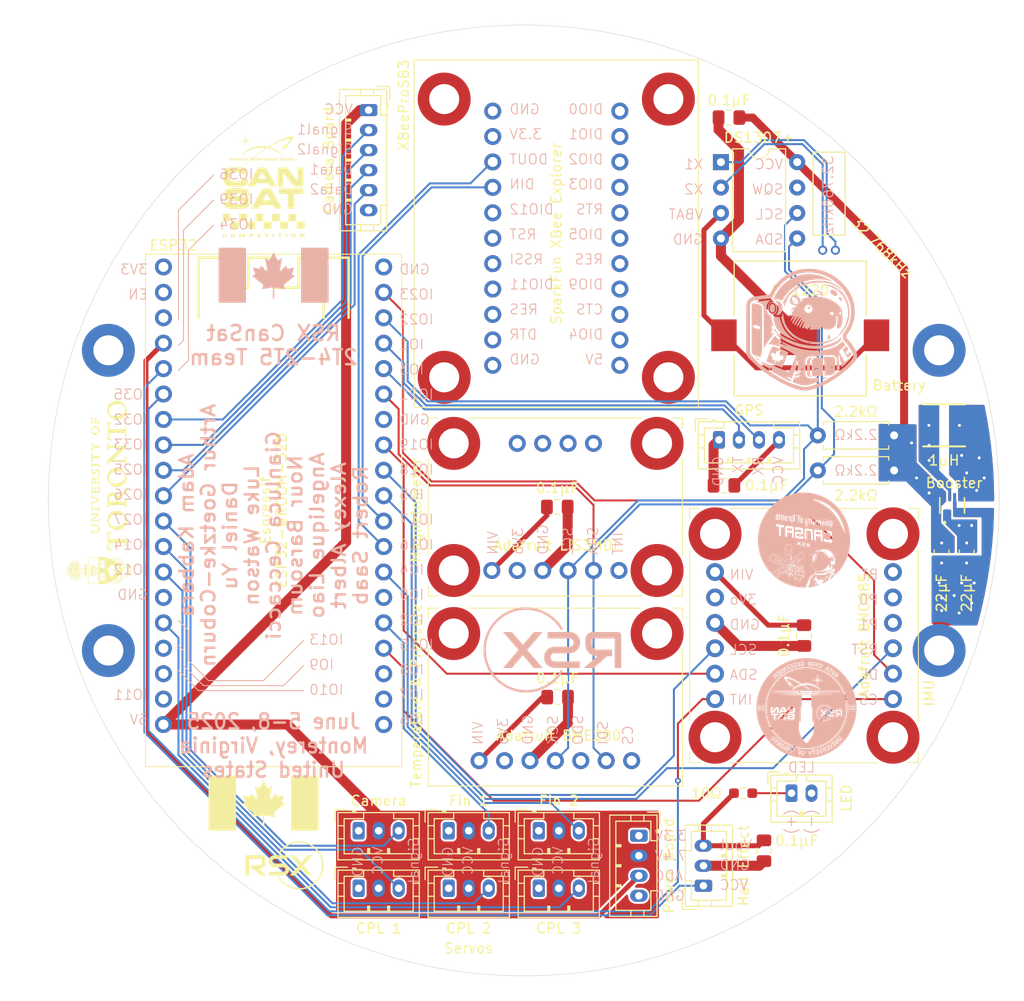
<source format=kicad_pcb>
(kicad_pcb (version 20240108) (generator "pcbnew") (generator_version "8.0")
  (layers (0 "F.Cu" mixed) (1 "In1.Cu" power "GND") (2 "In2.Cu" power "PWR") (31 "B.Cu" signal) (34 "B.Paste" user) (35 "F.Paste" user) (36 "B.SilkS" user "B.Silkscreen") (37 "F.SilkS" user "F.Silkscreen") (38 "B.Mask" user) (39 "F.Mask" user) (44 "Edge.Cuts" user))
  (net 0 "")
  (net 1 "Net-(DS1307+_U6-X2)")
  (net 2 "Net-(DS1307+_U6-X1)")
  (net 3 "Net-(DS1307+_U6-VBAT)")
  (net 4 "Net-(Adafruit_BME280_STEMMA_QT_U3-Pin_4)")
  (net 8 "Net-(Adafruit_BME280_STEMMA_QT_U3-Pin_6)")
  (net 9 "Net-(Adafruit_BNO085_U5-DI)")
  (net 10 "Net-(Adafruit_BNO085_U5-~{RST})")
  (net 13 "Net-(Adafruit_BNO085_U5-SDA)")
  (net 15 "Net-(Adafruit_BNO085_U5-CS)")
  (net 16 "Net-(Adafruit_BNO085_U5-~{INT})")
  (net 17 "Net-(Adafruit_BNO085_U5-SCL)")
  (net 18 "/3.3V")
  (net 20 "GND")
  (net 21 "/5V")
  (net 25 "Net-(ESP32-DEVKIT-32_U1-IO27)")
  (net 27 "Net-(ESP32-DEVKIT-32_U1-IO4)")
  (net 28 "Net-(ESP32-DEVKIT-32_U1-IO16)")
  (net 31 "Net-(ESP32-DEVKIT-32_U1-IO32)")
  (net 32 "Net-(ESP32-DEVKIT-32_U1-IO2)")
  (net 33 "Net-(ESP32-DEVKIT-32_U1-IO33)")
  (net 37 "Net-(ESP32-DEVKIT-32_U1-TXD0)")
  (net 39 "Net-(ESP32-DEVKIT-32_U1-IO13)")
  (net 40 "Net-(ESP32-DEVKIT-32_U1-IO26)")
  (net 41 "Net-(ESP32-DEVKIT-32_U1-IO34)")
  (net 43 "Net-(ESP32-DEVKIT-32_U1-RXD0)")
  (net 45 "/7.4V")
  (net 46 "Net-(ESP32-DEVKIT-32_U1-IO17)")
  (net 47 "Net-(ESP32-DEVKIT-32_U1-IO14)")
  (net 48 "Net-(ESP32-DEVKIT-32_U1-IO12)")
  (net 50 "Net-(ESP32-DEVKIT-32_U1-IO25)")
  (net 51 "Net-(J5-Pin_1)")
  (net 69 "/SW")
  (net 70 "/ADC")
  (footprint "Resistor_THT:R_Axial_DIN0207_L6.3mm_D2.5mm_P7.62mm_Horizontal" (layer "F.Cu") (at 187 97 180)
    (property "Reference" "R2" (hide yes))
    (property "Value" "2.2kΩ")
  )
  (footprint "Connector_JST:JST_PH_B3B-PH-K_1x03_P2.00mm_Vertical" (layer "F.Cu") (at 133.5 138.75)
    (property "Reference" "J9" (hide yes))
    (property "Value" "CPL 1")
  )
  (footprint "Capacitor_SMD:C_0805_2012Metric_Pad1.18x1.45mm_HandSolder" (layer "F.Cu") (at 191.75 105.212501 -90)
    (property "Reference" "C8" (hide yes))
    (property "Value" "22μF")
  )
  (footprint "Graphics:canada_flag" (layer "F.Cu") (at 124 130.25)
    (property "Reference" "G***")
    (property "Value" "LOGO" (hide yes))
  )
  (footprint "Connector_JST:JST_PH_B6B-PH-K_1x06_P2.00mm_Vertical" (layer "F.Cu") (at 134.5 61 -90)
    (property "Reference" "J2" (hide yes))
    (property "Value" "Camera Board")
  )
  (footprint "Capacitor_SMD:C_0805_2012Metric_Pad1.18x1.45mm_HandSolder" (layer "F.Cu") (at 194.25 105.212501 90)
    (property "Reference" "C7" (hide yes))
    (property "Value" "22μF")
  )
  (footprint "Custom_Footprints:SparkFun_XBee_Explorer_Regulated" (layer "F.Cu") (at 167.45 90.7 180)
    (property "Reference" "SparkFunXBeeExplorer_U2" (hide yes))
    (property "Value" "XBeeProSB3")
  )
  (footprint "Graphics:uoft_text_2" (layer "F.Cu") (at 108.5 97.5 90)
    (property "Reference" "G***")
    (property "Value" "LOGO" (hide yes))
  )
  (footprint "Custom_Footprints:ESP32-WROOM-32D_Dev_Board" (layer "F.Cu") (at 112.2 75.4)
    (property "Reference" "ESP32-DEVKIT-32_U1" (hide yes))
    (property "Value" "ESP32")
  )
  (footprint "DigiKey:XTAL_AB38T-32.768KHZ" (layer "F.Cu") (at 180.5 75 -90)
    (property "Reference" "Y1")
    (property "Value" "32.768kHz")
  )
  (footprint "Custom_Footprints:Adafruit_BME280_STEMMA_QT" (layer "F.Cu") (at 140.46 128.54 90)
    (property "Reference" "Adafruit_BME280_STEMMA_QT_U3" (hide yes))
    (property "Value" "Temperature & Pressure")
  )
  (footprint "Connector_JST:JST_PH_B3B-PH-K_1x03_P2.00mm_Vertical" (layer "F.Cu") (at 133.5 133)
    (property "Reference" "J8" (hide yes))
    (property "Value" "Camera")
  )
  (footprint "Capacitor_SMD:C_0805_2012Metric_Pad1.18x1.45mm_HandSolder" (layer "F.Cu") (at 174 135 90)
    (property "Reference" "C1" (hide yes))
    (property "Value" "0.1μF")
  )
  (footprint "Connector_JST:JST_PH_B4B-PH-K_1x04_P2.00mm_Vertical" (layer "F.Cu") (at 169.5 93.95)
    (property "Reference" "J4" (hide yes))
    (property "Value" "GPS")
  )
  (footprint "Connector_JST:JST_PH_B3B-PH-K_1x03_P2.00mm_Vertical" (layer "F.Cu") (at 151.5 138.75)
    (property "Reference" "J11" (hide yes))
    (property "Value" "CPL 3")
  )
  (footprint "Graphics:cansat_logo_2" (layer "F.Cu") (at 124 68.5)
    (property "Reference" "G***")
    (property "Value" "LOGO" (hide yes))
  )
  (footprint "Capacitor_SMD:C_0805_2012Metric_Pad1.18x1.45mm_HandSolder" (layer "F.Cu") (at 153.35 100.65 180)
    (property "Reference" "C4" (hide yes))
    (property "Value" "0.1μF")
  )
  (footprint "Custom_Footprints:Adafruit_BNO085" (layer "F.Cu") (at 189.43 100.8 -90)
    (property "Reference" "Adafruit_BNO085_U5" (hide yes))
    (property "Value" "IMU")
  )
  (footprint "DigiKey:BAT_2894TR" (layer "F.Cu") (at 177.62 83.5 180)
    (property "Reference" "2894TR_U7")
    (property "Value" "Battery")
  )
  (footprint "Resistor_THT:R_Axial_DIN0207_L6.3mm_D2.5mm_P7.62mm_Horizontal" (layer "F.Cu") (at 187 93.5 180)
    (property "Reference" "R3" (hide yes))
    (property "Value" "2.2kΩ")
  )
  (footprint "Custom_Footprints:Adafruit_LIS3MDL" (layer "F.Cu") (at 140.46 91.76)
    (property "Reference" "Adafruit_LIS3MDL_U4" (hide yes))
    (property "Value" "Magnetometer")
  )
  (footprint "Connector_JST:JST_PH_B3B-PH-K_1x03_P2.00mm_Vertical" (layer "F.Cu") (at 142.5 138.75)
    (property "Reference" "J10" (hide yes))
    (property "Value" "CPL 2")
  )
  (footprint "DigiKey:SOT-5X3-8_DRL_TEX" (layer "F.Cu") (at 192.799201 100.5 90)
    (property "Reference" "TPS610333DRLR_U8" (hide yes))
    (property "Value" "Booster")
  )
  (footprint "Resistor_SMD:R_0603_1608Metric_Pad0.98x0.95mm_HandSolder" (layer "F.Cu") (at 171.9125 129.25 180)
    (property "Reference" "R1")
    (property "Value" "10Ω")
  )
  (footprint "Connector_JST:JST_PH_B3B-PH-K_1x03_P2.00mm_Vertical" (layer "F.Cu") (at 167.95 138.5 90)
    (property "Reference" "J3" (hide yes))
    (property "Value" "Hall Effect")
  )
  (footprint "Capacitor_SMD:C_0805_2012Metric_Pad1.18x1.45mm_HandSolder" (layer "F.Cu") (at 170.5 61.75)
    (property "Reference" "C6" (hide yes))
    (property "Value" "0.1μF")
  )
  (footprint "DigiKey:WE-LQS_4025" (layer "F.Cu") (at 192 92.5 180)
    (property "Reference" "WE-LQS_4025_L1")
    (property "Value" "1μH")
  )
  (footprint "Connector_JST:JST_PH_B3B-PH-K_1x03_P2.00mm_Vertical" (layer "F.Cu") (at 142.5 133)
    (property "Reference" "J6" (hide yes))
    (property "Value" "Fin 1")
  )
  (footprint "Capacitor_SMD:C_0805_2012Metric_Pad1.18x1.45mm_HandSolder" (layer "F.Cu") (at 170 98.5)
    (property "Reference" "C3" (hide yes))
    (property "Value" "0.1μF")
  )
  (footprint "Connector_JST:JST_PH_B2B-PH-K_1x02_P2.00mm_Vertical" (layer "F.Cu") (at 176.75 129.25)
    (property "Reference" "J5" (hide yes))
    (property "Value" "LED")
  )
  (footprint "Graphics:uoft_coat_of_arms_2" (layer "F.Cu") (at 107.5 107 90)
    (property "Reference" "G***")
    (property "Value" "LOGO" (hide yes))
  )
  (footprint "Graphics:rsx_logo_3" (layer "F.Cu") (at 126 136.5)
    (property "Reference" "G***")
    (property "Value" "LOGO" (hide yes))
  )
  (footprint "Connector_JST:JST_PH_B4B-PH-K_1x04_P2.00mm_Vertical" (layer "F.Cu") (at 161.5 133.5 -90)
    (property "Reference" "J1" (hide yes))
    (property "Value" "Power Board")
  )
  (footprint "Package_DIP:DIP-8_W7.62mm" (layer "F.Cu") (at 169.7 66.2)
    (property "Reference" "DS1307+_U6" (hide yes))
    (property "Value" "DS1307+")
  )
  (footprint "Connector_JST:JST_PH_B3B-PH-K_1x03_P2.00mm_Vertical" (layer "F.Cu") (at 151.5 133)
    (property "Reference" "J7" (hide yes))
    (property "Value" "Fin 2")
  )
  (footprint "Capacitor_SMD:C_0805_2012Metric_Pad1.18x1.45mm_HandSolder" (layer "F.Cu") (at 178 113.5 90)
    (property "Reference" "C5" (hide yes))
    (property "Value" "0.1μF")
  )
  (footprint "Capacitor_SMD:C_0805_2012Metric_Pad1.18x1.45mm_HandSolder" (layer "F.Cu") (at 153.38 119.65)
    (property "Reference" "C2" (hide yes))
    (property "Value" "0.1μF")
  )
  (footprint "DigiKey:WA-SMSI_9774030243" (layer "B.Cu") (at 108.5 85 180)
    (property "Reference" "REF**")
    (property "Value" "WA-SMSI_9774030243")
  )
  (footprint "DigiKey:WA-SMSI_9774030243" (layer "B.Cu") (at 191.5 85 180)
    (property "Reference" "REF**")
    (property "Value" "WA-SMSI_9774030243")
  )
  (footprint "Graphics:canada_flag" (layer "B.Cu") (at 125 77.5 180)
    (property "Reference" "G***")
    (property "Value" "LOGO" (hide yes))
  )
  (footprint "Graphics:logo" (layer "B.Cu") (at 178.25 120.75 180)
    (property "Reference" "G***")
    (property "Value" "LOGO" (hide yes))
  )
  (footprint "Graphics:rsx_logo_2" (layer "B.Cu") (at 153 115 180)
    (property "Reference" "G***")
    (property "Value" "LOGO" (hide yes))
  )
  (footprint "Graphics:capybara_astronaut" (layer "B.Cu") (at 177.62 83 180)
    (property "Reference" "G***")
    (property "Value" "LOGO" (hide yes))
  )
  (footprint "DigiKey:WA-SMSI_9774030243" (layer "B.Cu") (at 108.5 115 180)
    (property "Reference" "REF**")
    (property "Value" "WA-SMSI_9774030243")
  )
  (footprint "DigiKey:WA-SMSI_9774030243" (layer "B.Cu") (at 191.5 115 180)
    (property "Reference" "REF**")
    (property "Value" "WA-SMSI_9774030243")
  )
  (footprint "Graphics:rsx_cansat_logo" (layer "B.Cu") (at 178 104 180)
    (property "Reference" "G***")
    (property "Value" "LOGO" (hide yes))
  )
  (gr_line (start 119 72.5) (end 116.5 75) (stroke (width 0.1)) (layer "B.SilkS"))
  (gr_line (start 116 84) (end 116 73) (stroke (width 0.1)) (layer "B.SilkS"))
  (gr_line (start 118 118.5) (end 126 118.5) (stroke (width 0.1)) (layer "B.SilkS"))
  (gr_line (start 118.5 118) (end 124 118) (stroke (width 0.1)) (layer "B.SilkS"))
  (gr_line (start 119 70) (end 116 73) (stroke (width 0.1)) (layer "B.SilkS"))
  (gr_line (start 115.5 114.5) (end 116 115) (stroke (width 0.1)) (layer "B.SilkS"))
  (gr_line (start 124 118) (end 128 114) (stroke (width 0.1)) (layer "B.SilkS"))
  (gr_line (start 115.5 82) (end 115.5 71) (stroke (width 0.1)) (layer "B.SilkS"))
  (gr_line (start 116.5 116) (end 118.5 118) (stroke (width 0.1)) (layer "B.SilkS"))
  (gr_line (start 116.5 113) (end 116.5 116) (stroke (width 0.1)) (layer "B.SilkS"))
  (gr_line (start 116.5 86) (end 116.5 75) (stroke (width 0.1)) (layer "B.SilkS"))
  (gr_line (start 116 117.5) (end 117.5 119) (stroke (width 0.1)) (layer "B.SilkS"))
  (gr_line (start 128 116.5) (end 126 118.5) (stroke (width 0.1)) (layer "B.SilkS"))
  (gr_line (start 115.5 84.5) (end 116 84) (stroke (width 0.1)) (layer "B.SilkS"))
  (gr_line (start 116 115) (end 116 116.5) (stroke (width 0.1)) (layer "B.SilkS"))
  (gr_line (start 116 116.5) (end 118 118.5) (stroke (width 0.1)) (layer "B.SilkS"))
  (gr_line (start 119 67.5) (end 115.5 71) (stroke (width 0.1)) (layer "B.SilkS"))
  (gr_line (start 115.5 112) (end 116.5 113) (stroke (width 0.1)) (layer "B.SilkS"))
  (gr_line (start 115.5 117) (end 116 117.5) (stroke (width 0.1)) (layer "B.SilkS"))
  (gr_line (start 117.5 119) (end 128 119) (stroke (width 0.1)) (layer "B.SilkS"))
  (gr_line (start 115.5 87) (end 116.5 86) (stroke (width 0.1)) (layer "B.SilkS"))
  (gr_circle (center 150 100) (end 197.5 100) (stroke (width 0.05)) (fill none) (layer "Edge.Cuts"))
  (gr_text "GND" (at 148.5 86.5 0) (layer "B.SilkS") (effects (font (size 1 1) (thickness 0.1)) (justify right bottom mirror)))
  (gr_text "IO36" (at 119.5 68 0) (layer "B.SilkS") (effects (font (size 1 1) (thickness 0.1)) (justify right bottom mirror)))
  (gr_text "5V" (at 112.5 122.5 0) (layer "B.SilkS") (effects (font (size 1 1) (thickness 0.1)) (justify left bottom mirror)))
  (gr_text "TX" (at 172 95.5 90) (layer "B.SilkS") (effects (font (size 1 1) (thickness 0.1)) (justify left bottom mirror)))
  (gr_text "DIN" (at 148.5 69 0) (layer "B.SilkS") (effects (font (size 1 1) (thickness 0.1)) (justify right bottom mirror)))
  (gr_text "VIN" (at 147.5 105.5 90) (layer "B.SilkS") (effects (font (size 1 1) (thickness 0.1)) (justify right bottom mirror)))
  (gr_text "IO34" (at 119.5 73 0) (layer "B.SilkS") (effects (font (size 1 1) (thickness 0.1)) (justify right bottom mirror)))
  (gr_text "VCC" (at 176 67 0) (layer "B.SilkS") (effects (font (size 1 1) (thickness 0.1)) (justify left bottom mirror)))
  (gr_text "DIO9" (at 158 79 0) (layer "B.SilkS") (effects (font (size 1 1) (thickness 0.1)) (justify left bottom mirror)))
  (gr_text "GND" (at 151 124.5 90) (layer "B.SilkS") (effects (font (size 1 1) (thickness 0.1)) (justify right bottom mirror)))
  (gr_text "CS" (at 161 124.5 90) (layer "B.SilkS") (effects (font (size 1 1) (thickness 0.1)) (justify right bottom mirror)))
  (gr_text "SDA" (at 157.5 105.5 90) (layer "B.SilkS") (effects (font (size 1 1) (thickness 0.1)) (justify right bottom mirror)))
  (gr_text "DIO0" (at 158 61.5 0) (layer "B.SilkS") (effects (font (size 1 1) (thickness 0.1)) (justify left bottom mirror)))
  (gr_text "RSX CanSat\n2T4-2T5 Team" (at 125 84.5 0) (layer "B.SilkS") (effects (font (size 1.5 1.5) (thickness 0.25) (bold yes)) (justify mirror)))
  (gr_text "VCC" (at 176 95.5 90) (layer "B.SilkS") (effects (font (size 1 1) (thickness 0.1)) (justify left bottom mirror)))
  (gr_text "IO19" (at 137.5 95 0) (layer "B.SilkS") (effects (font (size 1 1) (thickness 0.1)) (justify right bottom mirror)))
  (gr_text "GND" (at 143 134.5 90) (layer "B.SilkS") (effects (font (size 1 1) (thickness 0.1)) (justify left bottom mirror)))
  (gr_text "IO5" (at 137.5 100 0) (layer "B.SilkS") (effects (font (size 1 1) (thickness 0.1)) (justify right bottom mirror)))
  (gr_text "IO1" (at 137.5 85 0) (layer "B.SilkS") (effects (font (size 1 1) (thickness 0.1)) (justify right bottom mirror)))
  (gr_text "VCC" (at 133 61.5 0) (layer "B.SilkS") (effects (font (size 1 1) (thickness 0.1)) (justify left bottom mirror)))
  (gr_text "DTR" (at 148.5 84 0) (layer "B.SilkS") (effects (font (size 1 1) (thickness 0.1)) (justify right bottom mirror)))
  (gr_text "Data2" (at 133 69.5 0) (layer "B.SilkS") (effects (font (size 1 1) (thickness 0.1)) (justify left bottom mirror)))
  (gr_text "GND" (at 169.5 137 0) (layer "B.SilkS") (effects (font (size 1 1) (thickness 0.1)) (justify right bottom mirror)))
  (gr_text "VIN" (at 146 124.5 90) (layer "B.SilkS") (effects (font (size 1 1) (thickness 0.1)) (justify right bottom mirror)))
  (gr_text "DIO1" (at 158 64 0) (layer "B.SilkS") (effects (font (size 1 1) (thickness 0.1)) (justify left bottom mirror)))
  (gr_text "IO35" (at 112.5 90 0) (layer "B.SilkS") (effects (font (size 1 1) (thickness 0.1)) (justify left bottom mirror)))
  (gr_text "IO27" (at 112.5 102.5 0) (layer "B.SilkS") (effects (font (size 1 1) (thickness 0.1)) (justify left bottom mirror)))
  (gr_text "GND" (at 168 74.5 0) (layer "B.SilkS") (effects (font (size 1 1) (thickness 0.1)) (justify left bottom mirror)))
  (gr_text "2.2kΩ" (at 183.19 97 0) (layer "B.SilkS") (effects (font (size 1 1) (thickness 0.1)) (justify mirror)))
  (gr_text "INT" (at 170.5 120.5 0) (layer "B.SilkS") (effects (font (size 1 1) (thickness 0.1)) (justify right bottom mirror)))
  (gr_text "SCL" (at 176 72 0) (layer "B.SilkS") (effects (font (size 1 1) (thickness 0.1)) (justify left bottom mirror)))
  (gr_text "GND" (at 152.5 105.5 90) (layer "B.SilkS") (effects (font (size 1 1) (thickness 0.1)) (justify right bottom mirror)))
  (gr_text "IO26" (at 112.5 100 0) (layer "B.SilkS") (effects (font (size 1 1) (thickness 0.1)) (justify left bottom mirror)))
  (gr_text "GND" (at 152 134.5 90) (layer "B.SilkS") (effects (font (size 1 1) (thickness 0.1)) (justify left bottom mirror)))
  (gr_text "DIO12" (at 148.5 71.5 0) (layer "B.SilkS") (effects (font (size 1 1) (thickness 0.1)) (justify right bottom mirror)))
  (gr_text "SDA" (at 170.5 118 0) (layer "B.SilkS") (effects (font (size 1 1) (thickness 0.1)) (justify right bottom mirror)))
  (gr_text "LED" (at 177.75 127.25 0) (layer "B.SilkS") (effects (font (size 1 1) (thickness 0.1)) (justify bottom mirror)))
  (gr_text "Signal" (at 148 136 90) (layer "B.SilkS") (effects (font (size 1 1) (thickness 0.1)) (justify mirror)))
  (gr_text "IO12" (at 112.5 107.5 0) (layer "B.SilkS") (effects (font (size 1 1) (thickness 0.1)) (justify left bottom mirror)))
  (gr_text "SCL" (at 155 105.5 90) (layer "B.SilkS") (effects (font (size 1 1) (thickness 0.1)) (justify right bottom mirror)))
  (gr_text "DIO3" (at 158 69 0) (layer "B.SilkS") (effects (font (size 1 1) (thickness 0.1)) (justify left bottom mirror)))
  (gr_text "RST" (at 148.5 74 0) (layer "B.SilkS") (effects (font (size 1 1) (thickness 0.1)) (justify right bottom mirror)))
  (gr_text "Signal" (at 157 136 90) (layer "B.SilkS") (effects (font (size 1 1) (thickness 0.1)) (justify mirror)))
  (gr_text "ADC" (at 163 137.5 0) (layer "B.SilkS") (effects (font (size 1 1) (thickness 0.1)) (justify right mirror)))
  (gr_text "(-)" (at 179.25 130.75 90) (layer "B.SilkS") (effects (font (size 1 1) (thickness 0.1)) (justify left bottom mirror)))
  (gr_text "SDO" (at 156 124.5 90) (layer "B.SilkS") (effects (font (size 1 1) (thickness 0.1)) (justify right bottom mirror)))
  (gr_text "IO4" (at 137.5 107.5 0) (layer "B.SilkS") (effects (font (size 1 1) (thickness 0.1)) (justify right bottom mirror)))
  (gr_text "EN" (at 112.5 80 0) (layer "B.SilkS") (effects (font (size 1 1) (thickness 0.1)) (justify left bottom mirror)))
  (gr_text "5V" (at 158 86.5 0) (layer "B.SilkS") (effects (font (size 1 1) (thickness 0.1)) (justify left bottom mirror)))
  (gr_text "3Vo" (at 150 105.5 90) (layer "B.SilkS") (effects (font (size 1 1) (thickness 0.1)) (justify right bottom mirror)))
  (gr_text "DI" (at 185.5 118 0) (layer "B.SilkS") (effects (font (size 1 1) (thickness 0.1)) (justify left bottom mirror)))
  (gr_text "Signal1" (at 133 63.5 0) (layer "B.SilkS") (effects (font (size 1 1) (thickness 0.1)) (justify left bottom mirror)))
  (gr_text "VCC" (at 169.5 139 0) (layer "B.SilkS") (effects (font (size 1 1) (thickness 0.1)) (justify right bottom mirror)))
  (gr_text "IO13" (at 128.5 114.5 0) (layer "B.SilkS") (effects (font (size 1 1) (thickness 0.1)) (justify right bottom mirror)))
  (gr_text "BT" (at 185.5 108 0) (layer "B.SilkS") (effects (font (size 1 1) (thickness 0.1)) (justify left bottom mirror)))
  (gr_text "GND" (at 133 71.5 0) (layer "B.SilkS") (effects (font (size 1 1) (thickness 0.1)) (justify left bottom mirror)))
  (gr_text "DIO4" (at 158 84 0) (layer "B.SilkS") (effects (font (size 1 1) (thickness 0.1)) (justify left bottom mirror)))
  (gr_text "IO14" (at 112.5 105 0) (layer "B.SilkS") (effects (font (size 1 1) (thickness 0.1)) (justify left bottom mirror)))
  (gr_text "2.2kΩ" (at 183.19 93.45 0) (layer "B.SilkS") (effects (font (size 1 1) (thickness 0.1)) (justify mirror)))
  (gr_text "Adam Kabbara\nArthur Goetzke-Coburn\nDaniel Yu\nLuke Watson\nGianluca Ceccacci\nNour Barsoum\nAngelique Liao\nAlexey Albert\nRobert Saab" (at 125 103.5 90) (layer "B.SilkS") (effects (font (size 1.35 1.5) (thickness 0.25) (bold yes)) (justify mirror)))
  (gr_text "RX" (at 174 95.5 90) (layer "B.SilkS") (effects (font (size 1 1) (thickness 0.1)) (justify left bottom mirror)))
  (gr_text "IO17" (at 137.5 102.5 0) (layer "B.SilkS") (effects (font (size 1 1) (thickness 0.1)) (justify right bottom mirror)))
  (gr_text "3V3" (at 112.5 77.5 0) (layer "B.SilkS") (effects (font (size 1 1) (thickness 0.1)) (justify left bottom mirror)))
  (gr_text "IO33" (at 112.5 95 0) (layer "B.SilkS") (effects (font (size 1 1) (thickness 0.1)) (justify left bottom mirror)))
  (gr_text "GND" (at 134 134.5 90) (layer "B.SilkS") (effects (font (size 1 1) (thickness 0.1)) (justify left bottom mirror)))
  (gr_text "DIO5" (at 158 74 0) (layer "B.SilkS") (effects (font (size 1 1) (thickness 0.1)) (justify left bottom mirror)))
  (gr_text "June 5-8, 2025\nMonterey, Virginia\nUnited States" (at 125 124.5 0) (layer "B.SilkS") (effects (font (size 1.5 1.4) (thickness 0.25) (bold yes)) (justify mirror)))
  (gr_text "Vout" (at 169.5 135 0) (layer "B.SilkS") (effects (font (size 1 1) (thickness 0.1)) (justify right bottom mirror)))
  (gr_text "P1" (at 185.5 113 0) (layer "B.SilkS") (effects (font (size 1 1) (thickness 0.1)) (justify left bottom mirror)))
  (gr_text "3Vo" (at 148.5 124.5 90) (layer "B.SilkS") (effects (font (size 1 1) (thickness 0.1)) (justify right bottom mirror)))
  (gr_text "32.768kHz" (at 181 69.5 90) (layer "B.SilkS") (effects (font (size 1 1) (thickness 0.1)) (justify bottom mirror)))
  (gr_text "RSSI" (at 148.5 76.5 0) (layer "B.SilkS") (effects (font (size 1 1) (thickness 0.1)) (justify right bottom mirror)))
  (gr_text "SCL" (at 170.5 115.5 0) (layer "B.SilkS") (effects (font (size 1 1) (thickness 0.1)) (justify right bottom mirror)))
  (gr_text "Data1" (at 133 67.5 0) (layer "B.SilkS") (effects (font (size 1 1) (thickness 0.1)) (justify left bottom mirror)))
  (gr_text "DIO11" (at 148.5 79 0) (layer "B.SilkS") (effects (font (size 1 1) (thickness 0.1)) (justify right bottom mirror)))
  (gr_text "IO3" (at 137.5 87.5 0) (layer "B.SilkS") (effects (font (size 1 1) (thickness 0.1)) (justify right bottom mirror)))
  (gr_text "RES" (at 158 76.5 0) (layer "B.SilkS") (effects (font (size 1 1) (thickness 0.1)) (justify left bottom mirror)))
  (gr_text "Signal" (at 139 136 90) (layer "B.SilkS") (effects (font (size 1 1) (thickness 0.1)) (justify mirror)))
  (gr_text "IO10" (at 128.5 119.5 0) (layer "B.SilkS") (effects (font (size 1 1) (thickness 0.1)) (justify right bottom mirror)))
  (gr_text "7.4V" (at 163 135.5 0) (layer "B.SilkS") (effects (font (size 1 1) (thickness 0.1)) (justify right mirror)))
  (gr_text "3.3V" (at 163 133.5 0) (layer "B.SilkS") (effects (font (size 1 1) (thickness 0.1)) (justify right mirror)))
  (gr_text "VCC" (at 154 134.5 90) (layer "B.SilkS") (effects (font (size 1 1) (thickness 0.1)) (justify left bottom mirror)))
  (gr_text "DOUT" (at 148.5 66.5 0) (layer "B.SilkS") (effects (font (size 1 1) (thickness 0.1)) (justify right bottom mirror)))
  (gr_text "SQW" (at 176 69.5 0) (layer "B.SilkS") (effects (font (size 1 1) (thickness 0.1)) (justify left bottom mirror)))
  (gr_text "SCK" (at 153.5 124.5 90) (layer "B.SilkS") (effects (font (size 1 1) (thickness 0.1)) (justify right bottom mirror)))
  (gr_text "DIO2" (at 158 66.5 0) (layer "B.SilkS") (effects (font (size 1 1) (thickness 0.1)) (justify left bottom mirror)))
  (gr_text "VBAT" (at 168 72 0) (layer "B.SilkS") (effects (font (size 1 1) (thickness 0.1)) (justify left bottom mirror)))
  (gr_text "VCC" (at 136 134.5 90) (layer "B.SilkS") (effects (font (size 1 1) (thickness 0.1)) (justify left bottom mirror)))
  (gr_text "VIN" (at 170.5 108 0) (layer "B.SilkS") (effects (font (size 1 1) (thickness 0.1)) (justify right bottom mirror)))
  (gr_text "IO8" (at 137.5 117.5 0) (layer "B.SilkS") (effects (font (size 1 1) (thickness 0.1)) (justify right bottom mirror)))
  (gr_text "Signal2" (at 133 65.5 0) (layer "B.SilkS") (effects (font (size 1 1) (thickness 0.1)) (justify left bottom mirror)))
  (gr_text "INT" (at 160 105.5 90) (layer "B.SilkS") (effects (font (size 1 1) (thickness 0.1)) (justify right bottom mirror)))
  (gr_text "IO23" (at 137.5 80 0) (layer "B.SilkS") (effects (font (size 1 1) (thickness 0.1)) (justify right bottom mirror)))
  (gr_text "GND" (at 170.5 113 0) (layer "B.SilkS") (effects (font (size 1 1) (thickness 0.1)) (justify right bottom mirror)))
  (gr_text "RES" (at 148.5 81.5 0) (layer "B.SilkS") (effects (font (size 1 1) (thickness 0.1)) (justify right bottom mirror)))
  (gr_text "CS" (at 185.5 120.5 0) (layer "B.SilkS") (effects (font (size 1 1) (thickness 0.1)) (justify left bottom mirror)))
  (gr_text "GND" (at 137.5 92.5 0) (layer "B.SilkS") (effects (font (size 1 1) (thickness 0.1)) (justify right bottom mirror)))
  (gr_text "SDI" (at 158.5 124.5 90) (layer "B.SilkS") (effects (font (size 1 1) (thickness 0.1)) (justify right bottom mirror)))
  (gr_text "IO9" (at 128.5 117 0) (layer "B.SilkS") (effects (font (size 1 1) (thickness 0.1)) (justify right bottom mirror)))
  (gr_text "GND" (at 163 139.5 0) (layer "B.SilkS") (effects (font (size 1 1) (thickness 0.1)) (justify right mirror)))
  (gr_text "X2" (at 168 69.5 0) (layer "B.SilkS") (effects (font (size 1 1) (thickness 0.1)) (justify left bottom mirror)))
  (gr_text "IO21" (at 137.5 90 0) (layer "B.SilkS") (effects (font (size 1 1) (thickness 0.1)) (justify right bottom mirror)))
  (gr_text "IO7" (at 137.5 120 0) (layer "B.SilkS") (effects (font (size 1 1) (thickness 0.1)) (justify right bottom mirror)))
  (gr_text "IO16" (at 137.5 105 0) (layer "B.SilkS") (effects (font (size 1 1) (thickness 0.1)) (justify right bottom mirror)))
  (gr_text "IO18" (at 137.5 97.5 0) (layer "B.SilkS") (effects (font (size 1 1) (thickness 0.1)) (justify right bottom mirror)))
  (gr_text "GND" (at 137.5 77.5 0) (layer "B.SilkS") (effects (font (size 1 1) (thickness 0.1)) (justify right bottom mirror)))
  (gr_text "IO6" (at 137.5 122.5 0) (layer "B.SilkS") (effects (font (size 1 1) (thickness 0.1)) (justify right bottom mirror)))
  (gr_text "IO22" (at 137.5 82.5 0) (layer "B.SilkS") (effects (font (size 1 1) (thickness 0.1)) (justify right bottom mirror)))
  (gr_text "3.3V" (at 148.5 64 0) (layer "B.SilkS") (effects (font (size 1 1) (thickness 0.1)) (justify right bottom mirror)))
  (gr_text "VCC" (at 145 134.5 90) (layer "B.SilkS") (effects (font (size 1 1) (thickness 0.1)) (justify left bottom mirror)))
  (gr_text "IO2" (at 137.5 112.5 0) (layer "B.SilkS") (effects (font (size 1 1) (thickness 0.1)) (justify right bottom mirror)))
  (gr_text "IO11" (at 112.5 120 0) (layer "B.SilkS") (effects (font (size 1 1) (thickness 0.1)) (justify left bottom mirror)))
  (gr_text "RTS" (at 158 71.5 0) (layer "B.SilkS") (effects (font (size 1 1) (thickness 0.1)) (justify left bottom mirror)))
  (gr_text "X1" (at 168 67 0) (layer "B.SilkS") (effects (font (size 1 1) (thickness 0.1)) (justify left bottom mirror)))
  (gr_text "IO39" (at 119.5 70.5 0) (layer "B.SilkS") (effects (font (size 1 1) (thickness 0.1)) (justify right bottom mirror)))
  (gr_text "GND" (at 112.5 110 0) (layer "B.SilkS") (effects (font (size 1 1) (thickness 0.1)) (justify left bottom mirror)))
  (gr_text "GND" (at 170 95.5 90) (layer "B.SilkS") (effects (font (size 1 1) (thickness 0.1)) (justify left bottom mirror)))
  (gr_text "SDA" (at 176 74.5 0) (layer "B.SilkS") (effects (font (size 1 1) (thickness 0.1)) (justify left bottom mirror)))
  (gr_text "(+)" (at 177.25 130.75 90) (layer "B.SilkS") (effects (font (size 1 1) (thickness 0.1)) (justify left bottom mirror)))
  (gr_text "IO32" (at 112.5 92.5 0) (layer "B.SilkS") (effects (font (size 1 1) (thickness 0.1)) (justify left bottom mirror)))
  (gr_text "GND" (at 148.5 61.5 0) (layer "B.SilkS") (effects (font (size 1 1) (thickness 0.1)) (justify right bottom mirror)))
  (gr_text "IO0" (at 137.5 110 0) (layer "B.SilkS") (effects (font (size 1 1) (thickness 0.1)) (justify right bottom mirror)))
  (gr_text "RST" (at 185.5 115.5 0) (layer "B.SilkS") (effects (font (size 1 1) (thickness 0.1)) (justify left bottom mirror)))
  (gr_text "P0" (at 185.5 110.5 0) (layer "B.SilkS") (effects (font (size 1 1) (thickness 0.1)) (justify left bottom mirror)))
  (gr_text "IO15" (at 137.5 115 0) (layer "B.SilkS") (effects (font (size 1 1) (thickness 0.1)) (justify right bottom mirror)))
  (gr_text "CTS" (at 158 81.5 0) (layer "B.SilkS") (effects (font (size 1 1) (thickness 0.1)) (justify left bottom mirror)))
  (gr_text "IO25" (at 112.5 97.5 0) (layer "B.SilkS") (effects (font (size 1 1) (thickness 0.1)) (justify left bottom mirror)))
  (gr_text "3Vo" (at 170.5 110.5 0) (layer "B.SilkS") (effects (font (size 1 1) (thickness 0.1)) (justify right bottom mirror)))
  (gr_text "SparkFun XBee Explorer" (at 153.25 73.35 90) (layer "F.SilkS") (effects (font (size 1 1))))
  (gr_text "CR1220" (at 177.62 79 0) (layer "F.SilkS") (effects (font (size 1 1))))
  (gr_text "Servos" (at 144.5 144.75 0) (layer "F.SilkS") (effects (font (size 1 1))))
  (gr_text "Adafruit BME280" (at 153.5 123.5 0) (layer "F.SilkS") (effects (font (size 1 1))))
  (gr_text "Adafruit LIS3MDL" (at 153.35 104.5 0) (layer "F.SilkS") (effects (font (size 1 1))))
  (gr_text "Espressif\nESP32-WROOM-32D" (at 125 101 90) (layer "F.SilkS") (effects (font (size 1 1))))
  (gr_text "Adafruit BNO085" (at 184 113.5 90) (layer "F.SilkS") (effects (font (size 1 1))))
  (segment (start 174.04 64.4) (end 169.7 68.74) (width 0.2) (layer "B.Cu") (net 1))
  (segment (start 179.865 75) (end 179.865 66.430686) (width 0.2) (layer "B.Cu") (net 1))
  (segment (start 177.834314 64.4) (end 174.04 64.4) (width 0.2) (layer "B.Cu") (net 1))
  (segment (start 179.865 66.430686) (end 177.834314 64.4) (width 0.2) (layer "B.Cu") (net 1))
  (segment (start 181.135 75) (end 181.135 74.135) (width 0.2) (layer "B.Cu") (net 2))
  (segment (start 171.674314 66.2) (end 169.7 66.2) (width 0.2) (layer "B.Cu") (net 2))
  (segment (start 180.265 73.265) (end 180.265 66.265) (width 0.2) (layer "B.Cu") (net 2))
  (segment (start 181.135 74.135) (end 180.265 73.265) (width 0.2) (layer "B.Cu") (net 2))
  (segment (start 173.874314 64) (end 171.674314 66.2) (width 0.2) (layer "B.Cu") (net 2))
  (segment (start 180.265 66.265) (end 178 64) (width 0.2) (layer "B.Cu") (net 2))
  (segment (start 178 64) (end 173.874314 64) (width 0.2) (layer "B.Cu") (net 2))
  (segment (start 170 83.5) (end 173.25 86.75) (width 0.5) (layer "F.Cu") (net 3))
  (segment (start 168 72.98) (end 169.7 71.28) (width 0.5) (layer "F.Cu") (net 3))
  (segment (start 173.25 86.75) (end 181.99 86.75) (width 0.5) (layer "F.Cu") (net 3))
  (segment (start 170 83.5) (end 168 81.5) (width 0.5) (layer "F.Cu") (net 3))
  (segment (start 168 81.5) (end 168 72.98) (width 0.5) (layer "F.Cu") (net 3))
  (segment (start 181.99 86.75) (end 185.24 83.5) (width 0.5) (layer "F.Cu") (net 3))
  (segment (start 172.615686 92.5) (end 170.215686 90.1) (width 0.2) (layer "B.Cu") (net 4))
  (segment (start 138.4 84.15) (end 136 81.75) (width 0.2) (layer "B.Cu") (net 4))
  (segment (start 175.814314 100) (end 161.43 100) (width 0.2) (layer "B.Cu") (net 4))
  (segment (start 179.38 80.38) (end 176.1 77.1) (width 0.2) (layer "B.Cu") (net 4))
  (segment (start 154.43 124.73) (end 153.16 126) (width 0.2) (layer "B.Cu") (net 4))
  (segment (start 179.38 93.5) (end 178 94.88) (width 0.2) (layer "B.Cu") (net 4))
  (segment (start 140.401372 90.1) (end 138.4 88.098628) (width 0.2) (layer "B.Cu") (net 4))
  (segment (start 161.43 100) (end 154.43 107) (width 0.2) (layer "B.Cu") (net 4))
  (segment (start 178 94.88) (end 178 97.814314) (width 0.2) (layer "B.Cu") (net 4))
  (segment (start 178.38 92.5) (end 172.615686 92.5) (width 0.2) (layer "B.Cu") (net 4))
  (segment (start 154.43 107) (end 154.43 124.73) (width 0.2) (layer "B.Cu") (net 4))
  (segment (start 170.215686 90.1) (end 140.401372 90.1) (width 0.2) (layer "B.Cu") (net 4))
  (segment (start 176.1 72.5) (end 177.32 71.28) (width 0.2) (layer "B.Cu") (net 4))
  (segment (start 176.1 77.1) (end 176.1 72.5) (width 0.2) (layer "B.Cu") (net 4))
  (segment (start 179.38 93.5) (end 179.38 80.38) (width 0.2) (layer "B.Cu") (net 4))
  (segment (start 179.38 93.5) (end 178.38 92.5) (width 0.2) (layer "B.Cu") (net 4))
  (segment (start 178 97.814314) (end 175.814314 100) (width 0.2) (layer "B.Cu") (net 4))
  (segment (start 138.4 88.098628) (end 138.4 84.15) (width 0.2) (layer "B.Cu") (net 4))
  (segment (start 156.97 107) (end 156.97 100.47) (width 0.2) (layer "F.Cu") (net 8))
  (segment (start 156.97 100.47) (end 155 98.5) (width 0.2) (layer "F.Cu") (net 8))
  (segment (start 140.615686 98.5) (end 143 98.5) (width 0.2) (layer "F.Cu") (net 8))
  (segment (start 155 98.5) (end 143 98.5) (width 0.2) (layer "F.Cu") (net 8))
  (segment (start 136 89.37) (end 137.5 90.87) (width 0.2) (layer "F.Cu") (net 8))
  (segment (start 137.5 90.87) (end 137.5 95.384314) (width 0.2) (layer "F.Cu") (net 8))
  (segment (start 137.5 95.384314) (end 140.615686 98.5) (width 0.2) (layer "F.Cu") (net 8))
  (segment (start 156.97 124.73) (end 158.24 126) (width 0.2) (layer "B.Cu") (net 8))
  (segment (start 175.98 100.4) (end 161.595686 100.4) (width 0.2) (layer "B.Cu") (net 8))
  (segment (start 156.97 107) (end 156.97 124.73) (width 0.2) (layer "B.Cu") (net 8))
  (segment (start 156.97 105.025686) (end 156.97 107) (width 0.2) (layer "B.Cu") (net 8))
  (segment (start 179.78 80.214314) (end 179.78 90.78) (width 0.2) (layer "B.Cu") (net 8))
  (segment (start 179.38 97) (end 175.98 100.4) (width 0.2) (layer "B.Cu") (net 8))
  (segment (start 176.5 74.64) (end 176.5 76.934314) (width 0.2) (layer "B.Cu") (net 8))
  (segment (start 178 74) (end 177.82 73.82) (width 0.2) (layer "B.Cu") (net 8))
  (segment (start 177.32 73.82) (end 176.5 74.64) (width 0.2) (layer "B.Cu") (net 8))
  (segment (start 176.5 76.934314) (end 179.78 80.214314) (width 0.2) (layer "B.Cu") (net 8))
  (segment (start 179.78 90.78) (end 181 92) (width 0.2) (layer "B.Cu") (net 8))
  (segment (start 181 92) (end 181 95.38) (width 0.2) (layer "B.Cu") (net 8))
  (segment (start 181 95.38) (end 179.38 97) (width 0.2) (layer "B.Cu") (net 8))
  (segment (start 161.595686 100.4) (end 156.97 105.025686) (width 0.2) (layer "B.Cu") (net 8))
  (segment (start 185 108) (end 177 100) (width 0.2) (layer "F.Cu") (net 9))
  (segment (start 140.781372 98.1) (end 137.9 95.218628) (width 0.2) (layer "F.Cu") (net 9))
  (segment (start 137.9 81.11) (end 136 79.21) (width 0.2) (layer "F.Cu") (net 9))
  (segment (start 186.89 117.31) (end 185 115.42) (width 0.2) (layer "F.Cu") (net 9))
  (segment (start 155.165686 98.1) (end 140.781372 98.1) (width 0.2) (layer "F.Cu") (net 9))
  (segment (start 137.9 95.218628) (end 137.9 81.11) (width 0.2) (layer "F.Cu") (net 9))
  (segment (start 157.065686 100) (end 155.165686 98.1) (width 0.2) (layer "F.Cu") (net 9))
  (segment (start 177 100) (end 157.065686 100) (width 0.2) (layer "F.Cu") (net 9))
  (segment (start 185 115.42) (end 185 108) (width 0.2) (layer "F.Cu") (net 9))
  (segment (start 136 99.53) (end 138.8 102.33) (width 0.2) (layer "B.Cu") (net 10))
  (segment (start 174.91 126.75) (end 186.89 114.77) (width 0.2) (layer "B.Cu") (net 10))
  (segment (start 164.315686 126.75) (end 174.91 126.75) (width 0.2) (layer "B.Cu") (net 10))
  (segment (start 146.174264 129.825736) (end 161.23995 129.825736) (width 0.2) (layer "B.Cu") (net 10))
  (segment (start 138.8 102.33) (end 138.8 122.451472) (width 0.2) (layer "B.Cu") (net 10))
  (segment (start 161.23995 129.825736) (end 164.315686 126.75) (width 0.2) (layer "B.Cu") (net 10))
  (segment (start 138.8 122.451472) (end 146.174264 129.825736) (width 0.2) (layer "B.Cu") (net 10))
  (segment (start 138 113) (end 138 96.45) (width 0.2) (layer "F.Cu") (net 13))
  (segment (start 169.11 117.31) (end 142.31 117.31) (width 0.2) (layer "F.Cu") (net 13))
  (segment (start 138 96.45) (end 136 94.45) (width 0.2) (layer "F.Cu") (net 13))
  (segment (start 142.31 117.31) (end 138 113) (width 0.2) (layer "F.Cu") (net 13))
  (segment (start 167.5 130) (end 147 130) (width 0.2) (layer "F.Cu") (net 15))
  (segment (start 138 116.77) (end 136 114.77) (width 0.2) (layer "F.Cu") (net 15))
  (segment (start 138 121) (end 138 116.77) (width 0.2) (layer "F.Cu") (net 15))
  (segment (start 177.65 119.85) (end 167.5 130) (width 0.2) (layer "F.Cu") (net 15))
  (segment (start 186.89 119.85) (end 177.65 119.85) (width 0.2) (layer "F.Cu") (net 15))
  (segment (start 147 130) (end 138 121) (width 0.2) (layer "F.Cu") (net 15))
  (segment (start 169.11 119.85) (end 167.852765 119.85) (width 0.2) (layer "F.Cu") (net 16))
  (segment (start 165.4 122.302764) (end 165.851382 121.851382) (width 0.2) (layer "F.Cu") (net 16))
  (segment (start 165.4 128) (end 165.4 122.302764) (width 0.2) (layer "F.Cu") (net 16))
  (segment (start 167.852765 119.85) (end 165.851382 121.851382) (width 0.2) (layer "F.Cu") (net 16))
  (via (at 165.4 128) (size 0.6) (drill 0.3) (layers "F.Cu" "B.Cu") (net 16))
  (segment (start 112.5 123) (end 112.5 90.87) (width 0.2) (layer "B.Cu") (net 16))
  (segment (start 162.45 141.05) (end 130.55 141.05) (width 0.2) (layer "B.Cu") (net 16))
  (segment (start 112.5 90.87) (end 114 89.37) (width 0.2) (layer "B.Cu") (net 16))
  (segment (start 165.4 138.1) (end 162.45 141.05) (width 0.2) (layer "B.Cu") (net 16))
  (segment (start 165.4 128) (end 165.4 138.1) (width 0.2) (layer "B.Cu") (net 16))
  (segment (start 130.55 141.05) (end 112.5 123) (width 0.2) (layer "B.Cu") (net 16))
  (segment (start 161.074264 129.425736) (end 146.33995 129.425736) (width 0.2) (layer "B.Cu") (net 17))
  (segment (start 165 118.88) (end 165 125.5) (width 0.2) (layer "B.Cu") (net 17))
  (segment (start 139.2 100.19) (end 136 96.99) (width 0.2) (layer "B.Cu") (net 17))
  (segment (start 169.11 114.77) (end 165 118.88) (width 0.2) (layer "B.Cu") (net 17))
  (segment (start 139.2 122.285786) (end 139.2 100.19) (width 0.2) (layer "B.Cu") (net 17))
  (segment (start 146.33995 129.425736) (end 139.2 122.285786) (width 0.2) (layer "B.Cu") (net 17))
  (segment (start 165 125.5) (end 161.074264 129.425736) (width 0.2) (layer "B.Cu") (net 17))
  (segment (start 167.95 134.5) (end 173.4625 134.5) (width 0.5) (layer "F.Cu") (net 18))
  (segment (start 167.95 132.3) (end 171 129.25) (width 0.5) (layer "F.Cu") (net 18))
  (segment (start 152.3425 119.65) (end 151.89 119.65) (width 0.5) (layer "F.Cu") (net 18))
  (segment (start 174.4225 112.4625) (end 169.11 107.15) (width 0.5) (layer "F.Cu") (net 18))
  (segment (start 167.95 134.5) (end 167.95 132.3) (width 0.5) (layer "F.Cu") (net 18))
  (segment (start 173.4625 134.5) (end 174 133.9625) (width 0.5) (layer "F.Cu") (net 18))
  (segment (start 146.81 107) (end 152.3125 101.4975) (width 0.5) (layer "F.Cu") (net 18))
  (segment (start 152.3125 101.4975) (end 152.3125 100.65) (width 0.5) (layer "F.Cu") (net 18))
  (segment (start 170.5375 98.5) (end 170.95 98.5) (width 0.2) (layer "F.Cu") (net 18))
  (segment (start 175.5 94.0375) (end 171.0375 98.5) (width 0.5) (layer "F.Cu") (net 18))
  (segment (start 178 112.4625) (end 174.4225 112.4625) (width 0.5) (layer "F.Cu") (net 18))
  (segment (start 151.89 119.65) (end 145.54 126) (width 0.5) (layer "F.Cu") (net 18))
  (segment (start 175.5 93.95) (end 175.5 94.0375) (width 0.5) (layer "F.Cu") (net 18))
  (via (at 195.25 99) (size 0.6) (drill 0.3) (layers "F.Cu" "B.Cu") (net 18))
  (via (at 193.525 92.5) (size 0.6) (drill 0.3) (layers "F.Cu" "B.Cu") (net 18))
  (via (at 194.25 97.25) (size 0.6) (drill 0.3) (layers "F.Cu" "B.Cu") (net 18))
  (via (at 194.25 104.25) (size 0.6) (drill 0.3) (layers "F.Cu" "B.Cu") (net 18))
  (via (at 194.75 102.5) (size 0.6) (drill 0.3) (layers "F.Cu" "B.Cu") (net 18))
  (via (at 196 97.75) (size 0.6) (drill 0.3) (layers "F.Cu" "B.Cu") (net 18))
  (via (at 195.5 95.75) (size 0.6) (drill 0.3) (layers "F.Cu" "B.Cu") (net 18))
  (via (at 193.75 95.5) (size 0.6) (drill 0.3) (layers "F.Cu" "B.Cu") (net 18))
  (via (at 193.5 102.5) (size 0.6) (drill 0.3) (layers "F.Cu" "B.Cu") (net 18))
  (segment (start 154.4175 119.65) (end 154.4175 122.2025) (width 1) (layer "F.Cu") (net 20))
  (segment (start 154.3875 100.65) (end 154.3875 104.5025) (width 1) (layer "F.Cu") (net 20))
  (segment (start 169.4625 62.9625) (end 171.5 65) (width 1) (layer "F.Cu") (net 20))
  (segment (start 168.9625 98.5) (end 168.9625 94.4875) (width 1) (layer "F.Cu") (net 20))
  (segment (start 154.3875 104.5025) (end 151.89 107) (width 1) (layer "F.Cu") (net 20))
  (segment (start 173.5375 136.5) (end 174 136.0375) (width 1) (layer "F.Cu") (net 20))
  (segment (start 168.9625 94.4875) (end 169.5 93.95) (width 1) (layer "F.Cu") (net 20))
  (segment (start 171.4175 114.5375) (end 169.11 112.23) (width 1) (layer "F.Cu") (net 20))
  (segment (start 177.62 83.5) (end 169.7 75.58) (width 1) (layer "F.Cu") (net 20))
  (segment (start 169.7 75.58) (end 169.7 73.82) (width 1) (layer "F.Cu") (net 20))
  (segment (start 169.4625 61.75) (end 169.4625 62.9625) (width 1) (layer "F.Cu") (net 20))
  (segment (start 178 114.5375) (end 171.4175 114.5375) (width 1) (layer "F.Cu") (net 20))
  (segment (start 154.4175 122.2025) (end 150.62 126) (width 1) (layer "F.Cu") (net 20))
  (segment (start 171.5 65) (end 171.5 72.02) (width 1) (layer "F.Cu") (net 20))
  (segment (start 167.95 136.5) (end 173.5375 136.5) (width 1) (layer "F.Cu") (net 20))
  (segment (start 171.5 72.02) (end 169.7 73.82) (width 1) (layer "F.Cu") (net 20))
  (via (at 191.75 106.250001) (size 0.6) (drill 0.3) (layers "F.Cu" "B.Cu") (net 20))
  (via (at 194.25 106.250001) (size 0.6) (drill 0.3) (layers "F.Cu" "B.Cu") (net 20))
  (via (at 193.75 108.25) (size 0.6) (drill 0.3) (layers "F.Cu" "B.Cu") (net 20))
  (via (at 194.75 110.25) (size 0.6) (drill 0.3) (layers "F.Cu" "B.Cu") (net 20))
  (via (at 193.5 111.25) (size 0.6) (drill 0.3) (layers "F.Cu" "B.Cu") (net 20))
  (via (at 191.75 109.75) (size 0.6) (drill 0.3) (layers "F.Cu" "B.Cu") (net 20))
  (via (at 191.75 111) (size 0.6) (drill 0.3) (layers "F.Cu" "B.Cu") (net 20))
  (via (at 193 109.5) (size 0.6) (drill 0.3) (layers "F.Cu" "B.Cu") (net 20))
  (via (at 195 108.25) (size 0.6) (drill 0.3) (layers "F.Cu" "B.Cu") (net 20))
  (via (at 191.5 108.25) (size 0.6) (drill 0.3) (layers "F.Cu" "B.Cu") (net 20))
  (segment (start 172.87 61.75) (end 177.32 66.2) (width 0.8) (layer "F.Cu") (net 21))
  (segment (start 188 92.5) (end 188 76.88) (width 0.8) (layer "F.Cu") (net 21))
  (segment (start 187 93.5) (end 187 93.25) (width 0.8) (layer "F.Cu") (net 21))
  (segment (start 171.5375 61.75) (end 172.87 61.75) (width 0.8) (layer "F.Cu") (net 21))
  (segment (start 188 76.88) (end 177.32 66.2) (width 0.8) (layer "F.Cu") (net 21))
  (segment (start 187 93.5) (end 188 92.5) (width 0.8) (layer "F.Cu") (net 21))
  (via (at 190.5 99.25) (size 0.6) (drill 0.3) (layers "F.Cu" "B.Cu") (net 21))
  (via (at 191.75 104.25) (size 0.6) (drill 0.3) (layers "F.Cu" "B.Cu") (net 21))
  (via (at 189.25 97.75) (size 0.6) (drill 0.3) (layers "F.Cu" "B.Cu") (net 21))
  (via (at 188.75 94.25) (size 0.6) (drill 0.3) (layers "F.Cu" "B.Cu") (net 21))
  (segment (start 136 134.5) (end 126.262744 134.5) (width 0.2) (layer "B.Cu") (net 25))
  (segment (start 137.5 133) (end 137.5 132.802942) (width 0.2) (layer "B.Cu") (net 25))
  (segment (start 126.262744 134.5) (end 116.7 124.937256) (width 0.2) (layer "B.Cu") (net 25))
  (segment (start 137.5 133) (end 136 134.5) (width 0.2) (layer "B.Cu") (net 25))
  (segment (start 116.7 104.77) (end 114 102.07) (width 0.2) (layer "B.Cu") (net 25))
  (segment (start 116.7 124.937256) (end 116.7 104.77) (width 0.2) (layer "B.Cu") (net 25))
  (segment (start 138.4 122.617158) (end 145.782843 130) (width 0.2) (layer "B.Cu") (net 27))
  (segment (start 138.4 109.55) (end 138.4 122.617158) (width 0.2) (layer "B.Cu") (net 27))
  (segment (start 136 107.15) (end 138.4 109.55) (width 0.2) (layer "B.Cu") (net 27))
  (segment (start 146.008578 130.225736) (end 152.725736 130.225736) (width 0.2) (layer "B.Cu") (net 27))
  (segment (start 152.725736 130.225736) (end 155.5 133) (width 0.2) (layer "B.Cu") (net 27))
  (segment (start 145.782843 130) (end 146.008578 130.225736) (width 0.2) (layer "B.Cu") (net 27))
  (segment (start 140.614314 68.32) (end 133.5 75.434314) (width 0.2) (layer "B.Cu") (net 28))
  (segment (start 133.5 102.11) (end 136 104.61) (width 0.2) (layer "B.Cu") (net 28))
  (segment (start 146.82 66.18) (end 144.68 68.32) (width 0.2) (layer "B.Cu") (net 28))
  (segment (start 133.5 75.434314) (end 133.5 102.11) (width 0.2) (layer "B.Cu") (net 28))
  (segment (start 146.9 66.18) (end 146.82 66.18) (width 0.2) (layer "B.Cu") (net 28))
  (segment (start 144.68 68.32) (end 140.614314 68.32) (width 0.2) (layer "B.Cu") (net 28))
  (segment (start 131.9 79.932942) (end 119.922942 91.91) (width 0.2) (layer "B.Cu") (net 31))
  (segment (start 134.5 63) (end 131.9 65.6) (width 0.2) (layer "B.Cu") (net 31))
  (segment (start 119.922942 91.91) (end 114 91.91) (width 0.2) (layer "B.Cu") (net 31))
  (segment (start 131.9 65.6) (end 131.9 79.932942) (width 0.2) (layer "B.Cu") (net 31))
  (segment (start 138 122.782843) (end 138 114.23) (width 0.2) (layer "B.Cu") (net 32))
  (segment (start 146.5 131.282843) (end 138 122.782843) (width 0.2) (layer "B.Cu") (net 32))
  (segment (start 138 114.23) (end 136 112.23) (width 0.2) (layer "B.Cu") (net 32))
  (segment (start 146.5 133) (end 146.5 131.282843) (width 0.2) (layer "B.Cu") (net 32))
  (segment (start 117.948628 94.45) (end 114 94.45) (width 0.2) (layer "B.Cu") (net 33))
  (segment (start 132.3 80.098628) (end 117.948628 94.45) (width 0.2) (layer "B.Cu") (net 33))
  (segment (start 134.5 65) (end 132.3 67.2) (width 0.2) (layer "B.Cu") (net 33))
  (segment (start 132.3 67.2) (end 132.3 80.098628) (width 0.2) (layer "B.Cu") (net 33))
  (segment (start 140.235686 90.5) (end 138 88.264314) (width 0.2) (layer "B.Cu") (net 37))
  (segment (start 170.05 90.5) (end 140.235686 90.5) (width 0.2) (layer "B.Cu") (net 37))
  (segment (start 173.5 93.95) (end 170.05 90.5) (width 0.2) (layer "B.Cu") (net 37))
  (segment (start 138 86.29) (end 136 84.29) (width 0.2) (layer "B.Cu") (net 37))
  (segment (start 138 88.264314) (end 138 86.29) (width 0.2) (layer "B.Cu") (net 37))
  (segment (start 115.5 125.434314) (end 130.715686 140.65) (width 0.2) (layer "B.Cu") (net 39))
  (segment (start 130.715686 140.65) (end 153.6 140.65) (width 0.2) (layer "B.Cu") (net 39))
  (segment (start 153.6 140.65) (end 155.5 138.75) (width 0.2) (layer "B.Cu") (net 39))
  (segment (start 115.5 113.73) (end 115.5 125.434314) (width 0.2) (layer "B.Cu") (net 39))
  (segment (start 114 112.23) (end 115.5 113.73) (width 0.2) (layer "B.Cu") (net 39))
  (segment (start 133.1 70.4) (end 133.1 79.9) (width 0.2) (layer "B.Cu") (net 40))
  (segment (start 114 99.53) (end 133.1 80.43) (width 0.2) (layer "B.Cu") (net 40))
  (segment (start 133.1 80.43) (end 133.1 79.9) (width 0.2) (layer "B.Cu") (net 40))
  (segment (start 134.5 69) (end 133.1 70.4) (width 0.2) (layer "B.Cu") (net 40))
  (segment (start 162.615686 141.45) (end 130.384314 141.45) (width 0.2) (layer "B.Cu") (net 41))
  (segment (start 165.565686 138.5) (end 162.615686 141.45) (width 0.2) (layer "B.Cu") (net 41))
  (segment (start 112.1 88.73) (end 114 86.83) (width 0.2) (layer "B.Cu") (net 41))
  (segment (start 130.384314 141.45) (end 112.1 123.165686) (width 0.2) (layer "B.Cu") (net 41))
  (segment (start 112.1 123.165686) (end 112.1 88.73) (width 0.2) (layer "B.Cu") (net 41))
  (segment (start 167.95 138.5) (end 165.565686 138.5) (width 0.2) (layer "B.Cu") (net 41))
  (segment (start 136 86.83) (end 140.07 90.9) (width 0.2) (layer "B.Cu") (net 43))
  (segment (start 140.07 90.9) (end 140.5 90.9) (width 0.2) (layer "B.Cu") (net 43))
  (segment (start 171.5 93.95) (end 171.5 92.515686) (width 0.2) (layer "B.Cu") (net 43))
  (segment (start 171.5 92.515686) (end 169.884314 90.9) (width 0.2) (layer "B.Cu") (net 43))
  (segment (start 169.884314 90.9) (end 140.5 90.9) (width 0.2) (layer "B.Cu") (net 43))
  (segment (start 153.5 133.113478) (end 153.5 133) (width 1) (layer "F.Cu") (net 45))
  (segment (start 126.39 122.39) (end 135.5 131.5) (width 1) (layer "F.Cu") (net 45))
  (segment (start 114 122.39) (end 132.25 104.14) (width 1) (layer "F.Cu") (net 45))
  (segment (start 132.25 104.14) (end 132.25 62.375) (width 1) (layer "F.Cu") (net 45))
  (segment (start 135.5 131.5) (end 135.5 132.725) (width 1) (layer "F.Cu") (net 45))
  (segment (start 135.5 139.25) (end 135.5 138.75) (width 1) (layer "F.Cu") (net 45))
  (segment (start 133.625 61) (end 134.5 61) (width 1) (layer "F.Cu") (net 45))
  (segment (start 114 122.39) (end 126.39 122.39) (width 1) (layer "F.Cu") (net 45))
  (segment (start 144.5 138.75) (end 144.5 139.25) (width 1) (layer "F.Cu") (net 45))
  (segment (start 153.5 138.75) (end 153.5 139.25) (width 1) (layer "F.Cu") (net 45))
  (segment (start 135.5 132.725) (end 135.5 133) (width 0.2) (layer "F.Cu") (net 45))
  (segment (start 132.25 62.375) (end 133.625 61) (width 1) (layer "F.Cu") (net 45))
  (segment (start 136 102.07) (end 133.93 100) (width 0.2) (layer "B.Cu") (net 46))
  (segment (start 133.93 100) (end 133.9 100) (width 0.2) (layer "B.Cu") (net 46))
  (segment (start 133.9 100) (end 133.9 75.6) (width 0.2) (layer "B.Cu") (net 46))
  (segment (start 140.78 68.72) (end 140.5 69) (width 0.2) (layer "B.Cu") (net 46))
  (segment (start 133.9 75.6) (end 140.5 69) (width 0.2) (layer "B.Cu") (net 46))
  (segment (start 146.9 68.72) (end 140.78 68.72) (width 0.2) (layer "B.Cu") (net 46))
  (segment (start 116.3 125.102942) (end 116.3 106.91) (width 0.2) (layer "B.Cu") (net 47))
  (segment (start 133.65 134.9) (end 126.097058 134.9) (width 0.2) (layer "B.Cu") (net 47))
  (segment (start 137.5 138.75) (end 133.65 134.9) (width 0.2) (layer "B.Cu") (net 47))
  (segment (start 126.097058 134.9) (end 116.3 125.102942) (width 0.2) (layer "B.Cu") (net 47))
  (segment (start 116.3 106.91) (end 114 104.61) (width 0.2) (layer "B.Cu") (net 47))
  (segment (start 115.9 109.05) (end 114 107.15) (width 0.2) (layer "B.Cu") (net 48))
  (segment (start 145 140.25) (end 130.881372 140.25) (width 0.2) (layer "B.Cu") (net 48))
  (segment (start 115.9 125.268628) (end 115.9 109.05) (width 0.2) (layer "B.Cu") (net 48))
  (segment (start 146.5 138.75) (end 145 140.25) (width 0.2) (layer "B.Cu") (net 48))
  (segment (start 130.881372 140.25) (end 115.9 125.268628) (width 0.2) (layer "B.Cu") (net 48))
  (segment (start 115.974314 96.99) (end 114 96.99) (width 0.2) (layer "B.Cu") (net 50))
  (segment (start 134.5 67) (end 132.7 68.8) (width 0.2) (layer "B.Cu") (net 50))
  (segment (start 132.7 80.264314) (end 115.974314 96.99) (width 0.2) (layer "B.Cu") (net 50))
  (segment (start 132.7 68.8) (end 132.7 80.264314) (width 0.2) (layer "B.Cu") (net 50))
  (segment (start 172.825 129.25) (end 176.75 129.25) (width 0.2) (layer "F.Cu") (net 51))
  (via (at 190.475 92.5) (size 0.6) (drill 0.3) (layers "F.Cu" "B.Cu") (net 69))
  (via (at 190.5 94.5) (size 0.6) (drill 0.3) (layers "F.Cu" "B.Cu") (net 69))
  (via (at 190.5 96) (size 0.6) (drill 0.3) (layers "F.Cu" "B.Cu") (net 69))
  (segment (start 157.5 141.5) (end 161.5 137.5) (width 0.5) (layer "F.Cu") (net 70))
  (segment (start 114 84.29) (end 112.25 86.04) (width 0.5) (layer "F.Cu") (net 70))
  (segment (start 112.25 86.04) (end 112.25 123) (width 0.5) (layer "F.Cu") (net 70))
  (segment (start 112.25 123) (end 130.75 141.5) (width 0.5) (layer "F.Cu") (net 70))
  (segment (start 130.75 141.5) (end 157.5 141.5) (width 0.5) (layer "F.Cu") (net 70))
  (zone (net 69) (net_name "/SW") (layer "F.Cu") (priority 7) (connect_pads yes (clearance 0.1)) (min_thickness 0.25) (fill yes (thermal_gap 0.5) (thermal_bridge_width 0.5))
    (polygon (pts (xy 192.7 100.1) (xy 192.7 98.2) (xy 191.5 97) (xy 191.5 90.45) (xy 189.45 90.45) (xy 189.45 96.1) (xy 192.4 99.05) (xy 192.4 100.1)))
  )
  (zone (net 45) (net_name "/7.4V") (layer "F.Cu") (priority 11) (connect_pads yes (clearance 0)) (min_thickness 0.25) (fill yes (thermal_gap 0.5) (thermal_bridge_width 0.5))
    (polygon (pts (xy 131.25 131) (xy 163.5 131) (xy 163.5 141.75) (xy 131.25 141.75)))
  )
  (zone (net 20) (net_name "GND") (layers "F&B.Cu") (priority 4) (connect_pads yes (clearance 0.1)) (min_thickness 0.25) (fill yes (thermal_gap 0.5) (thermal_bridge_width 0.5))
    (polygon (pts (xy 195.75 105.5) (xy 190.75 105.5) (xy 190.75 112.25) (xy 191 112.5) (xy 196.75 112.5) (xy 198.5 110.75) (xy 198.5 101.5) (xy 197.75 100.75) (xy 193.25 100.75) (xy 193.25 99.25) (xy 192.923538 99.25) (xy 192.881553 99.291985) (xy 192.881553 101.667191) (xy 195.667191 101.667191) (xy 195.75 101.75)))
  )
  (zone (net 18) (net_name "/3.3V") (layers "F&B.Cu") (priority 6) (connect_pads yes (clearance 0.1)) (min_thickness 0.25) (fill yes (thermal_gap 0.5) (thermal_bridge_width 0.5))
    (polygon (pts (xy 193.4 100.1) (xy 193.4 98.35) (xy 192.5 97.45) (xy 192.5 90.45) (xy 197.55 90.45) (xy 197.55 100.1)))
  )
  (zone (net 18) (net_name "/3.3V") (layers "F&B.Cu") (priority 5) (connect_pads yes (clearance 0.1)) (min_thickness 0.25) (fill yes (thermal_gap 0.5) (thermal_bridge_width 0.5))
    (polygon (pts (xy 191.9 100.9) (xy 192.7 100.9) (xy 192.7 101.9) (xy 193.5 101.9) (xy 195.3 101.9) (xy 195.3 105.25) (xy 193.3 105.25) (xy 193.3 103.55) (xy 191.9 102.15)))
  )
  (zone (net 21) (net_name "/5V") (layers "F&B.Cu") (priority 9) (connect_pads yes (clearance 0.1)) (min_thickness 0.25) (fill yes (thermal_gap 0.5) (thermal_bridge_width 0.5))
    (polygon (pts (xy 192.2 99.25) (xy 192.2 100.05) (xy 191.7 100.6) (xy 191.7 102.25) (xy 193.05 103.6) (xy 193.05 105.25) (xy 190.7 105.25) (xy 190.7 99.25)))
  )
  (zone (net 21) (net_name "/5V") (layers "F&B.Cu") (priority 10) (connect_pads yes (clearance 0.1)) (min_thickness 0.25) (fill yes (thermal_gap 0.5) (thermal_bridge_width 0.5))
    (polygon (pts (xy 192.2 99.15) (xy 189.25 96.2) (xy 189.25 92.4) (xy 185.45 92.35) (xy 185.45 98.1) (xy 188.2 98.1) (xy 190.75 100.65) (xy 191.75 100.55) (xy 192.2 100.1)))
  )
  (zone (net 69) (net_name "/SW") (layer "B.Cu") (priority 12) (connect_pads yes (clearance 0.1)) (min_thickness 0.25) (fill yes (thermal_gap 0.5) (thermal_bridge_width 0.5))
    (polygon (pts (xy 189.45 90.45) (xy 191.5 90.45) (xy 191.5 97) (xy 192.7 98.2) (xy 192.7 100.1) (xy 192.4 100.1) (xy 192.4 99.05) (xy 189.45 96.1)))
  )
)
</source>
